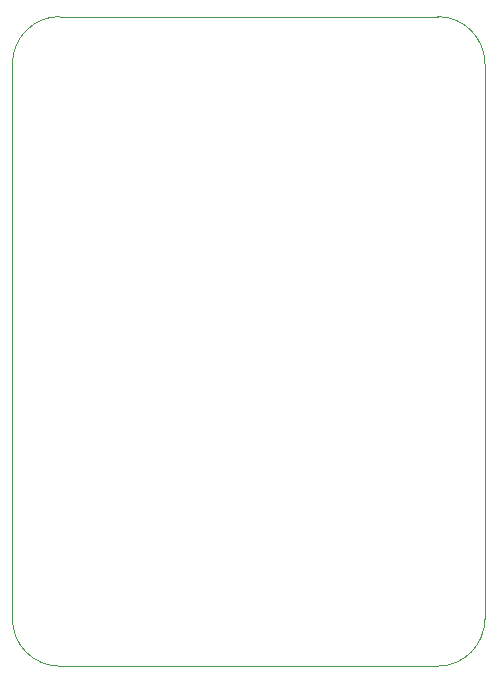
<source format=gm1>
%TF.GenerationSoftware,KiCad,Pcbnew,7.0.9*%
%TF.CreationDate,2023-11-28T01:13:51-06:00*%
%TF.ProjectId,Telemetry-Peripheral-SOM-Daughterboard-IMU,54656c65-6d65-4747-9279-2d5065726970,rev?*%
%TF.SameCoordinates,Original*%
%TF.FileFunction,Profile,NP*%
%FSLAX46Y46*%
G04 Gerber Fmt 4.6, Leading zero omitted, Abs format (unit mm)*
G04 Created by KiCad (PCBNEW 7.0.9) date 2023-11-28 01:13:51*
%MOMM*%
%LPD*%
G01*
G04 APERTURE LIST*
%TA.AperFunction,Profile*%
%ADD10C,0.100000*%
%TD*%
G04 APERTURE END LIST*
D10*
X182000000Y-116000000D02*
G75*
G03*
X186000000Y-112000000I0J4000000D01*
G01*
X186000000Y-65000000D02*
G75*
G03*
X182000000Y-61000000I-4000000J0D01*
G01*
X150000000Y-61000000D02*
G75*
G03*
X146000000Y-65000000I0J-4000000D01*
G01*
X146000000Y-112000000D02*
G75*
G03*
X150000000Y-116000000I4000000J0D01*
G01*
X146000000Y-112000000D02*
X146000000Y-65000000D01*
X150000000Y-61000000D02*
X182000000Y-61000000D01*
X186000000Y-65000000D02*
X186000000Y-112000000D01*
X182000000Y-116000000D02*
X150000000Y-116000000D01*
M02*

</source>
